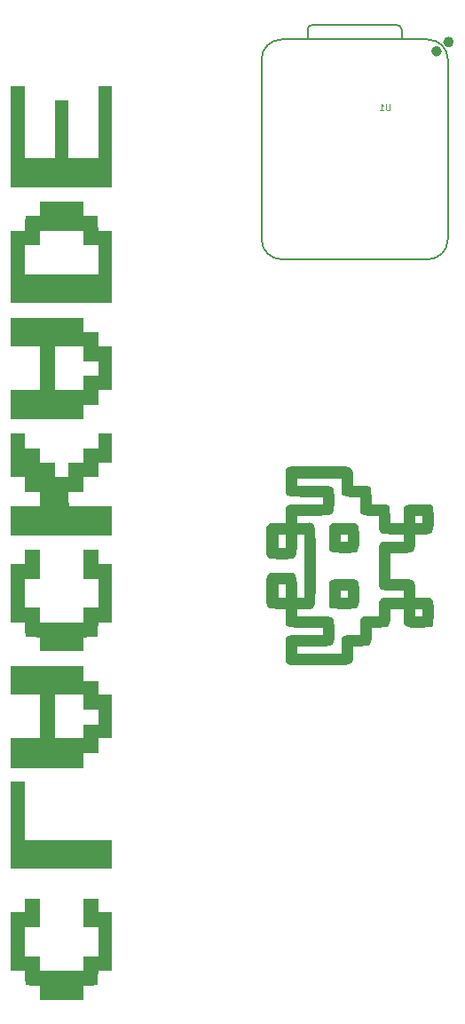
<source format=gbr>
%TF.GenerationSoftware,KiCad,Pcbnew,9.0.2*%
%TF.CreationDate,2025-07-04T19:57:48+05:30*%
%TF.ProjectId,clackade,636c6163-6b61-4646-952e-6b696361645f,rev?*%
%TF.SameCoordinates,Original*%
%TF.FileFunction,Legend,Bot*%
%TF.FilePolarity,Positive*%
%FSLAX46Y46*%
G04 Gerber Fmt 4.6, Leading zero omitted, Abs format (unit mm)*
G04 Created by KiCad (PCBNEW 9.0.2) date 2025-07-04 19:57:48*
%MOMM*%
%LPD*%
G01*
G04 APERTURE LIST*
%ADD10C,0.101600*%
%ADD11C,0.000000*%
%ADD12C,0.127000*%
%ADD13C,0.100000*%
%ADD14C,0.504000*%
G04 APERTURE END LIST*
D10*
X117965502Y-67256640D02*
X117965502Y-67770687D01*
X117965502Y-67770687D02*
X117935264Y-67831163D01*
X117935264Y-67831163D02*
X117905026Y-67861402D01*
X117905026Y-67861402D02*
X117844550Y-67891640D01*
X117844550Y-67891640D02*
X117723597Y-67891640D01*
X117723597Y-67891640D02*
X117663121Y-67861402D01*
X117663121Y-67861402D02*
X117632883Y-67831163D01*
X117632883Y-67831163D02*
X117602645Y-67770687D01*
X117602645Y-67770687D02*
X117602645Y-67256640D01*
X116967645Y-67891640D02*
X117330502Y-67891640D01*
X117149074Y-67891640D02*
X117149074Y-67256640D01*
X117149074Y-67256640D02*
X117209550Y-67347354D01*
X117209550Y-67347354D02*
X117270026Y-67407830D01*
X117270026Y-67407830D02*
X117330502Y-67438068D01*
D11*
%TO.C,G\u002A\u002A\u002A*%
G36*
X114286005Y-107199894D02*
G01*
X114604154Y-107234226D01*
X114812754Y-107320322D01*
X114934863Y-107481678D01*
X114993538Y-107741786D01*
X115011834Y-108124142D01*
X115012809Y-108652239D01*
X115012875Y-108828976D01*
X115007226Y-109299198D01*
X114974391Y-109632948D01*
X114890686Y-109853602D01*
X114732426Y-109984534D01*
X114475927Y-110049116D01*
X114097505Y-110070725D01*
X113573475Y-110072734D01*
X113319383Y-110072189D01*
X112935848Y-110066388D01*
X112673977Y-110050807D01*
X112502283Y-110021248D01*
X112389279Y-109973512D01*
X112303475Y-109903400D01*
X112261486Y-109857184D01*
X112204666Y-109760784D01*
X112167637Y-109619980D01*
X112146285Y-109403548D01*
X112136492Y-109080262D01*
X112134216Y-108633400D01*
X113234809Y-108633400D01*
X113234809Y-108972067D01*
X113573475Y-108972067D01*
X113912142Y-108972067D01*
X113912142Y-108633400D01*
X113912142Y-108294734D01*
X113573475Y-108294734D01*
X113234809Y-108294734D01*
X113234809Y-108633400D01*
X112134216Y-108633400D01*
X112134142Y-108618901D01*
X112133786Y-108353287D01*
X112139258Y-107906641D01*
X112172603Y-107592314D01*
X112257373Y-107387124D01*
X112417123Y-107267887D01*
X112675407Y-107211421D01*
X113055780Y-107194542D01*
X113581797Y-107194067D01*
X113835252Y-107193832D01*
X114286005Y-107199894D01*
G37*
G36*
X114229014Y-112533577D02*
G01*
X114567191Y-112565982D01*
X114790771Y-112648592D01*
X114923439Y-112804781D01*
X114988878Y-113057922D01*
X115010774Y-113431391D01*
X115012809Y-113948562D01*
X115013018Y-114202186D01*
X115007102Y-114662752D01*
X114973744Y-114987990D01*
X114890122Y-115201401D01*
X114733411Y-115326482D01*
X114480788Y-115386732D01*
X114109428Y-115405650D01*
X113596508Y-115406734D01*
X113573475Y-115406724D01*
X113551539Y-115406715D01*
X113080604Y-115402801D01*
X112747728Y-115389925D01*
X112524064Y-115364995D01*
X112380762Y-115324922D01*
X112288976Y-115266612D01*
X112260016Y-115237603D01*
X112205002Y-115148967D01*
X112168545Y-115010385D01*
X112147007Y-114792022D01*
X112136752Y-114464042D01*
X112134142Y-113996612D01*
X112134129Y-113967400D01*
X113234809Y-113967400D01*
X113234809Y-114306067D01*
X113573475Y-114306067D01*
X113912142Y-114306067D01*
X113912142Y-113967400D01*
X113912142Y-113628734D01*
X113573475Y-113628734D01*
X113234809Y-113628734D01*
X113234809Y-113967400D01*
X112134129Y-113967400D01*
X112134039Y-113758583D01*
X112140574Y-113291493D01*
X112175189Y-112960567D01*
X112260856Y-112742366D01*
X112420547Y-112613454D01*
X112677232Y-112550392D01*
X113053885Y-112529742D01*
X113573475Y-112528067D01*
X113752556Y-112528002D01*
X114229014Y-112533577D01*
G37*
G36*
X110545652Y-101784937D02*
G01*
X111384544Y-101791362D01*
X111422766Y-101791735D01*
X112213433Y-101798694D01*
X112851781Y-101806609D01*
X113354038Y-101821348D01*
X113736432Y-101848780D01*
X114015191Y-101894774D01*
X114206541Y-101965199D01*
X114326711Y-102065923D01*
X114391929Y-102202816D01*
X114418421Y-102381745D01*
X114422417Y-102608580D01*
X114420142Y-102889189D01*
X114420142Y-103638067D01*
X115154309Y-103638067D01*
X115513983Y-103643077D01*
X115834113Y-103678205D01*
X116034906Y-103770883D01*
X116144051Y-103948409D01*
X116189234Y-104238079D01*
X116198142Y-104667189D01*
X116198142Y-105416067D01*
X116932309Y-105416067D01*
X117291983Y-105421077D01*
X117612113Y-105456205D01*
X117812906Y-105548883D01*
X117922051Y-105726409D01*
X117967234Y-106016079D01*
X117976142Y-106445189D01*
X117976142Y-107194067D01*
X118611142Y-107194067D01*
X119246142Y-107194067D01*
X119246142Y-106855400D01*
X120346809Y-106855400D01*
X120346809Y-107194067D01*
X120685475Y-107194067D01*
X121024142Y-107194067D01*
X121024142Y-106855400D01*
X121024142Y-106516734D01*
X120685475Y-106516734D01*
X120346809Y-106516734D01*
X120346809Y-106855400D01*
X119246142Y-106855400D01*
X119246142Y-106493239D01*
X119246153Y-106433952D01*
X119251974Y-106057291D01*
X119284798Y-105787327D01*
X119368348Y-105606292D01*
X119526344Y-105496416D01*
X119782508Y-105439932D01*
X120160563Y-105419072D01*
X120684229Y-105416067D01*
X120694620Y-105416068D01*
X121182522Y-105419629D01*
X121528939Y-105431941D01*
X121761119Y-105455778D01*
X121906311Y-105493911D01*
X121991761Y-105549115D01*
X121992938Y-105550301D01*
X122047805Y-105636597D01*
X122085653Y-105783133D01*
X122109255Y-106017154D01*
X122121382Y-106365910D01*
X122124809Y-106856647D01*
X122124801Y-106935799D01*
X122120441Y-107438663D01*
X122095854Y-107799080D01*
X122033273Y-108040773D01*
X121914929Y-108187464D01*
X121723054Y-108262873D01*
X121439879Y-108290722D01*
X121047637Y-108294734D01*
X120685475Y-108294734D01*
X120346809Y-108294734D01*
X120346809Y-109051933D01*
X120343185Y-109381667D01*
X120315807Y-109667944D01*
X120240398Y-109861743D01*
X120092700Y-109981094D01*
X119848457Y-110044024D01*
X119483410Y-110068561D01*
X118973303Y-110072734D01*
X117976142Y-110072734D01*
X117976142Y-111300400D01*
X117976142Y-112528067D01*
X118973303Y-112528067D01*
X119416967Y-112530761D01*
X119802156Y-112551108D01*
X120062917Y-112607152D01*
X120223505Y-112716923D01*
X120308179Y-112898447D01*
X120341194Y-113169752D01*
X120346809Y-113548868D01*
X120346809Y-114306067D01*
X121047637Y-114306067D01*
X121106924Y-114306078D01*
X121483585Y-114311899D01*
X121753549Y-114344723D01*
X121934584Y-114428273D01*
X122044460Y-114586269D01*
X122100944Y-114842433D01*
X122121804Y-115220488D01*
X122124809Y-115744154D01*
X122124808Y-115754545D01*
X122121247Y-116242447D01*
X122108935Y-116588864D01*
X122085098Y-116821044D01*
X122046965Y-116966236D01*
X121991761Y-117051686D01*
X121990575Y-117052863D01*
X121904279Y-117107730D01*
X121757743Y-117145578D01*
X121523722Y-117169180D01*
X121174966Y-117181307D01*
X120685475Y-117184725D01*
X120684229Y-117184734D01*
X120605077Y-117184726D01*
X120102213Y-117180366D01*
X119741796Y-117155779D01*
X119500103Y-117093198D01*
X119353412Y-116974854D01*
X119278003Y-116782979D01*
X119250154Y-116499804D01*
X119246142Y-116107562D01*
X119246142Y-115745400D01*
X120346809Y-115745400D01*
X120346809Y-116084067D01*
X120685475Y-116084067D01*
X121024142Y-116084067D01*
X121024142Y-115745400D01*
X121024142Y-115406734D01*
X120685475Y-115406734D01*
X120346809Y-115406734D01*
X120346809Y-115745400D01*
X119246142Y-115745400D01*
X119246142Y-115406734D01*
X118611142Y-115406734D01*
X117976142Y-115406734D01*
X117976142Y-116140900D01*
X117971132Y-116500575D01*
X117936004Y-116820705D01*
X117843326Y-117021498D01*
X117665800Y-117130643D01*
X117376131Y-117175826D01*
X116947020Y-117184734D01*
X116198142Y-117184734D01*
X116198142Y-117918900D01*
X116193132Y-118278575D01*
X116158004Y-118598705D01*
X116065326Y-118799498D01*
X115887800Y-118908643D01*
X115598131Y-118953826D01*
X115169020Y-118962734D01*
X114420142Y-118962734D01*
X114420142Y-119711612D01*
X114420151Y-119725058D01*
X114422491Y-120003199D01*
X114417853Y-120227821D01*
X114390009Y-120404793D01*
X114322732Y-120539985D01*
X114199794Y-120639265D01*
X114004968Y-120708501D01*
X113722026Y-120753563D01*
X113334740Y-120780319D01*
X113319475Y-120780749D01*
X112826883Y-120794637D01*
X112182227Y-120802388D01*
X111384544Y-120809439D01*
X111048535Y-120812511D01*
X110269497Y-120816722D01*
X109638013Y-120813955D01*
X109138323Y-120802580D01*
X108754669Y-120780970D01*
X108471292Y-120747497D01*
X108272433Y-120700533D01*
X108142332Y-120638450D01*
X108065232Y-120559620D01*
X108025372Y-120462415D01*
X108023429Y-120453508D01*
X108008298Y-120284473D01*
X107999468Y-119989331D01*
X107997608Y-119607089D01*
X108003383Y-119176755D01*
X108004575Y-119123394D01*
X108015790Y-118689947D01*
X108030382Y-118392890D01*
X108054199Y-118202370D01*
X108093088Y-118088534D01*
X108152898Y-118021530D01*
X108239475Y-117971503D01*
X108285755Y-117953358D01*
X108497647Y-117913413D01*
X108846170Y-117885534D01*
X109342123Y-117869057D01*
X109996309Y-117863315D01*
X111541475Y-117862067D01*
X111541475Y-117523400D01*
X111541475Y-117184734D01*
X109918309Y-117184734D01*
X109539725Y-117184907D01*
X109008697Y-117181497D01*
X108614719Y-117164045D01*
X108337373Y-117121678D01*
X108156240Y-117043524D01*
X108050903Y-116918712D01*
X108000942Y-116736371D01*
X107985939Y-116485628D01*
X107985475Y-116155612D01*
X107985475Y-115406734D01*
X107646809Y-115406141D01*
X107244642Y-115405437D01*
X107215432Y-115405373D01*
X106821682Y-115398494D01*
X106559824Y-115372675D01*
X106394704Y-115316326D01*
X106291166Y-115217857D01*
X106214054Y-115065677D01*
X106203414Y-115030524D01*
X106175141Y-114821546D01*
X106155203Y-114487068D01*
X106145101Y-114060152D01*
X106146089Y-113671067D01*
X107308142Y-113671067D01*
X107308142Y-114306067D01*
X107646809Y-114306067D01*
X107985475Y-114306067D01*
X107985475Y-113671067D01*
X107985475Y-113036067D01*
X107646809Y-113036067D01*
X107308142Y-113036067D01*
X107308142Y-113671067D01*
X106146089Y-113671067D01*
X106146336Y-113573860D01*
X106154285Y-113043228D01*
X106173201Y-112616499D01*
X106222211Y-112316152D01*
X106321108Y-112120052D01*
X106489687Y-112006063D01*
X106747741Y-111952049D01*
X107115065Y-111935873D01*
X107611453Y-111935400D01*
X107737768Y-111935423D01*
X108156122Y-111937371D01*
X108443873Y-111946292D01*
X108632110Y-111967526D01*
X108751927Y-112006410D01*
X108834415Y-112068284D01*
X108910664Y-112158485D01*
X108987377Y-112274449D01*
X109038683Y-112415519D01*
X109068648Y-112616464D01*
X109082668Y-112913744D01*
X109086142Y-113343819D01*
X109086142Y-114306067D01*
X109424809Y-114306067D01*
X109763475Y-114306067D01*
X109763475Y-111300400D01*
X109763475Y-108294734D01*
X109424809Y-108294734D01*
X109086142Y-108294734D01*
X109086142Y-109256982D01*
X109082780Y-109681918D01*
X109068948Y-109980843D01*
X109039250Y-110182912D01*
X108988288Y-110324582D01*
X108910664Y-110442316D01*
X108890826Y-110467389D01*
X108815925Y-110550137D01*
X108727148Y-110605868D01*
X108593404Y-110639921D01*
X108383601Y-110657636D01*
X108066648Y-110664349D01*
X107646809Y-110665318D01*
X107611453Y-110665400D01*
X107319503Y-110665529D01*
X106882790Y-110657425D01*
X106573106Y-110618915D01*
X106367796Y-110526883D01*
X106244202Y-110358215D01*
X106179669Y-110089795D01*
X106151540Y-109698507D01*
X106137157Y-109161236D01*
X106135502Y-109092608D01*
X106132723Y-108929734D01*
X107308142Y-108929734D01*
X107308142Y-109564734D01*
X107646809Y-109564734D01*
X107985475Y-109564734D01*
X107985475Y-108929734D01*
X107985475Y-108294734D01*
X107646809Y-108294734D01*
X107308142Y-108294734D01*
X107308142Y-108929734D01*
X106132723Y-108929734D01*
X106125090Y-108482474D01*
X106134265Y-108019308D01*
X106174256Y-107682884D01*
X106256294Y-107452979D01*
X106391609Y-107309369D01*
X106591432Y-107231830D01*
X106866993Y-107200137D01*
X107229523Y-107194067D01*
X107985475Y-107194067D01*
X107985475Y-106459901D01*
X107985105Y-106259970D01*
X107990972Y-105971109D01*
X108022698Y-105756944D01*
X108100772Y-105606323D01*
X108245688Y-105508093D01*
X108477937Y-105451105D01*
X108818010Y-105424205D01*
X109286400Y-105416243D01*
X109903598Y-105416067D01*
X111541475Y-105416067D01*
X111541475Y-105077400D01*
X111541475Y-104738734D01*
X109996309Y-104737486D01*
X109732833Y-104736556D01*
X109138996Y-104726883D01*
X108699359Y-104706226D01*
X108403119Y-104673919D01*
X108239475Y-104629298D01*
X108229192Y-104624078D01*
X108145629Y-104573684D01*
X108088235Y-104503250D01*
X108051161Y-104382922D01*
X108028559Y-104182847D01*
X108014583Y-103873173D01*
X108003383Y-103424046D01*
X108002391Y-103377399D01*
X108001490Y-103299400D01*
X109086142Y-103299400D01*
X109086142Y-103638067D01*
X110732341Y-103638067D01*
X111216179Y-103637017D01*
X111717338Y-103640491D01*
X112085350Y-103663783D01*
X112340658Y-103722435D01*
X112503706Y-103831990D01*
X112594936Y-104007991D01*
X112634790Y-104265981D01*
X112643711Y-104621501D01*
X112642142Y-105090094D01*
X112642425Y-105432247D01*
X112633651Y-105803230D01*
X112596031Y-106078343D01*
X112509501Y-106271891D01*
X112354001Y-106398175D01*
X112109469Y-106471499D01*
X111755842Y-106506165D01*
X111273059Y-106516475D01*
X110641057Y-106516734D01*
X109086142Y-106516734D01*
X109086142Y-106855400D01*
X109086142Y-107194067D01*
X109805809Y-107194067D01*
X109827974Y-107194023D01*
X110067291Y-107189558D01*
X110266861Y-107187481D01*
X110430270Y-107201703D01*
X110561101Y-107246133D01*
X110662941Y-107334680D01*
X110739375Y-107481253D01*
X110793986Y-107699763D01*
X110830359Y-108004118D01*
X110852081Y-108408227D01*
X110862735Y-108926001D01*
X110865907Y-109571348D01*
X110865181Y-110358178D01*
X110864142Y-111300400D01*
X110864153Y-111386401D01*
X110865304Y-112314950D01*
X110865840Y-113089283D01*
X110862174Y-113723308D01*
X110850723Y-114230936D01*
X110827902Y-114626075D01*
X110790125Y-114922635D01*
X110733808Y-115134526D01*
X110655366Y-115275656D01*
X110551214Y-115359936D01*
X110417768Y-115401274D01*
X110251441Y-115413580D01*
X110048650Y-115410764D01*
X109805809Y-115406734D01*
X109086142Y-115406734D01*
X109086142Y-115745400D01*
X109086142Y-116084067D01*
X110641057Y-116084067D01*
X111120981Y-116083866D01*
X111641342Y-116090121D01*
X112027231Y-116116942D01*
X112298712Y-116178631D01*
X112475845Y-116289492D01*
X112578693Y-116463828D01*
X112627317Y-116715940D01*
X112641780Y-117060132D01*
X112642142Y-117510707D01*
X112643524Y-117878570D01*
X112638955Y-118259602D01*
X112608319Y-118539403D01*
X112531176Y-118733515D01*
X112387082Y-118857481D01*
X112155594Y-118926843D01*
X111816269Y-118957144D01*
X111348666Y-118963927D01*
X110732341Y-118962734D01*
X109086142Y-118962734D01*
X109086142Y-119301400D01*
X109086142Y-119640067D01*
X111202809Y-119640067D01*
X113319475Y-119640067D01*
X113320772Y-118941567D01*
X113321585Y-118841526D01*
X113333098Y-118519650D01*
X113355244Y-118273517D01*
X113384272Y-118149909D01*
X113421414Y-118102517D01*
X113632498Y-117965925D01*
X113972057Y-117887279D01*
X114456909Y-117862067D01*
X115097475Y-117862067D01*
X115097475Y-117145699D01*
X115101972Y-116855783D01*
X115139870Y-116507355D01*
X115239005Y-116282448D01*
X115426170Y-116154584D01*
X115728162Y-116097283D01*
X116171774Y-116084067D01*
X116875475Y-116084067D01*
X116875475Y-115379159D01*
X116875918Y-115243442D01*
X116885425Y-114933080D01*
X116914727Y-114733353D01*
X116973503Y-114600350D01*
X117071432Y-114490159D01*
X117100781Y-114463498D01*
X117202201Y-114392409D01*
X117333708Y-114346527D01*
X117530102Y-114320446D01*
X117826187Y-114308761D01*
X118256766Y-114306067D01*
X119246142Y-114306067D01*
X119246142Y-113967400D01*
X119246142Y-113628734D01*
X118230142Y-113628734D01*
X117943073Y-113630164D01*
X117604081Y-113628457D01*
X117345322Y-113605671D01*
X117156022Y-113543289D01*
X117025405Y-113422790D01*
X116942699Y-113225656D01*
X116897127Y-112933369D01*
X116877915Y-112527410D01*
X116874290Y-111989260D01*
X116875475Y-111300400D01*
X116874643Y-110807001D01*
X116875637Y-110224358D01*
X116888894Y-109779616D01*
X116925189Y-109454256D01*
X116995298Y-109229759D01*
X117109993Y-109087607D01*
X117280051Y-109009280D01*
X117516246Y-108976260D01*
X117829351Y-108970029D01*
X118230142Y-108972067D01*
X119246142Y-108972067D01*
X119246142Y-108633400D01*
X119246142Y-108294734D01*
X118244901Y-108294734D01*
X118000528Y-108294259D01*
X117645759Y-108288541D01*
X117408358Y-108271768D01*
X117254245Y-108238306D01*
X117149341Y-108182520D01*
X117059567Y-108098777D01*
X117050306Y-108088799D01*
X116959783Y-107964513D01*
X116906708Y-107806703D01*
X116881724Y-107570185D01*
X116875476Y-107209777D01*
X116875475Y-106516734D01*
X116171774Y-106516734D01*
X115878399Y-106512291D01*
X115525813Y-106474839D01*
X115298223Y-106376873D01*
X115168833Y-106191915D01*
X115110849Y-105893484D01*
X115097475Y-105455102D01*
X115097475Y-104738734D01*
X114456909Y-104738734D01*
X114310749Y-104736937D01*
X113866776Y-104697745D01*
X113563557Y-104603901D01*
X113384272Y-104450892D01*
X113375434Y-104430616D01*
X113348001Y-104266959D01*
X113328530Y-103994238D01*
X113320772Y-103659234D01*
X113319475Y-102960734D01*
X111202809Y-102960734D01*
X109086142Y-102960734D01*
X109086142Y-103299400D01*
X108001490Y-103299400D01*
X107997455Y-102950309D01*
X108000085Y-102575439D01*
X108009613Y-102291795D01*
X108025372Y-102138386D01*
X108037057Y-102099395D01*
X108089135Y-102009324D01*
X108184409Y-101937013D01*
X108338637Y-101880834D01*
X108567578Y-101839159D01*
X108886991Y-101810359D01*
X109312635Y-101792808D01*
X109860269Y-101784877D01*
X110545652Y-101784937D01*
G37*
D12*
%TO.C,U1*%
X105710000Y-80177500D02*
X105710000Y-63032500D01*
D13*
X107615000Y-61127500D02*
X121585000Y-61127500D01*
D12*
X107615000Y-61127500D02*
X121585000Y-61127500D01*
X110096000Y-60217500D02*
X110096000Y-61127500D01*
X118591272Y-59717500D02*
X110596000Y-59717500D01*
X119095000Y-61127500D02*
X119091272Y-60217228D01*
X121585000Y-82082500D02*
X107615000Y-82082500D01*
X123490000Y-80177500D02*
X123490000Y-63032500D01*
X105710000Y-63032500D02*
G75*
G02*
X107615000Y-61127500I1905000J0D01*
G01*
X107615000Y-82082500D02*
G75*
G02*
X105710000Y-80177500I0J1905000D01*
G01*
X110096000Y-60217500D02*
G75*
G02*
X110596000Y-59717500I500000J0D01*
G01*
X118591272Y-59717500D02*
G75*
G02*
X119091273Y-60217228I-18J-500019D01*
G01*
X121585000Y-61127500D02*
G75*
G02*
X123490000Y-63032500I-1J-1905001D01*
G01*
X123490000Y-80177500D02*
G75*
G02*
X121585000Y-82082500I-1905001J1D01*
G01*
D14*
X122659000Y-62248500D02*
G75*
G02*
X122155000Y-62248500I-252000J0D01*
G01*
X122155000Y-62248500D02*
G75*
G02*
X122659000Y-62248500I252000J0D01*
G01*
X123802000Y-61368500D02*
G75*
G02*
X123298000Y-61368500I-252000J0D01*
G01*
X123298000Y-61368500D02*
G75*
G02*
X123802000Y-61368500I252000J0D01*
G01*
D11*
%TO.C,G\u002A\u002A\u002A*%
G36*
X83152355Y-134679778D02*
G01*
X83152355Y-137459002D01*
X87303601Y-137459002D01*
X91454848Y-137459002D01*
X91454848Y-138831024D01*
X91454848Y-140203046D01*
X86635180Y-140203046D01*
X81815513Y-140203046D01*
X81815513Y-136051800D01*
X81815513Y-131900553D01*
X82483934Y-131900553D01*
X83152355Y-131900553D01*
X83152355Y-134679778D01*
G37*
G36*
X83152355Y-68998614D02*
G01*
X83152355Y-72446260D01*
X84559557Y-72446260D01*
X85966759Y-72446260D01*
X85966759Y-69667035D01*
X85966759Y-66887811D01*
X86635180Y-66887811D01*
X87303601Y-66887811D01*
X87303601Y-69667035D01*
X87303601Y-72446260D01*
X88710804Y-72446260D01*
X90118006Y-72446260D01*
X90118006Y-68998614D01*
X90118006Y-65550969D01*
X90786427Y-65550969D01*
X91454848Y-65550969D01*
X91454848Y-70370636D01*
X91454848Y-75190304D01*
X86635180Y-75190304D01*
X81815513Y-75190304D01*
X81815513Y-70370636D01*
X81815513Y-65550969D01*
X82483934Y-65550969D01*
X83152355Y-65550969D01*
X83152355Y-68998614D01*
G37*
G36*
X91454848Y-82789196D02*
G01*
X91454848Y-86236841D01*
X86635180Y-86236841D01*
X81815513Y-86236841D01*
X81815513Y-82789196D01*
X81815513Y-80748753D01*
X83152355Y-80748753D01*
X83152355Y-82120775D01*
X83152355Y-83492797D01*
X86635180Y-83492797D01*
X90118006Y-83492797D01*
X90118006Y-82120775D01*
X90118006Y-80748753D01*
X89414405Y-80748753D01*
X88710804Y-80748753D01*
X88710804Y-80045152D01*
X88710804Y-79341551D01*
X86635180Y-79341551D01*
X84559557Y-79341551D01*
X84559557Y-80045152D01*
X84559557Y-80748753D01*
X83855956Y-80748753D01*
X83152355Y-80748753D01*
X81815513Y-80748753D01*
X81815513Y-79341551D01*
X82481386Y-79341551D01*
X83147259Y-79341551D01*
X83167397Y-78655539D01*
X83187535Y-77969528D01*
X83873546Y-77949390D01*
X84559557Y-77929253D01*
X84559557Y-77263379D01*
X84559557Y-76597506D01*
X86635180Y-76597506D01*
X88710804Y-76597506D01*
X88710804Y-77263379D01*
X88710804Y-77929253D01*
X89396815Y-77949390D01*
X90082826Y-77969528D01*
X90102964Y-78655539D01*
X90123102Y-79341551D01*
X90788975Y-79341551D01*
X91454848Y-79341551D01*
X91454848Y-80748753D01*
X91454848Y-82789196D01*
G37*
G36*
X91454848Y-92463711D02*
G01*
X91454848Y-94539334D01*
X90786427Y-94539334D01*
X90118006Y-94539334D01*
X90118006Y-95242936D01*
X90118006Y-95946537D01*
X89414405Y-95946537D01*
X88710804Y-95946537D01*
X88710804Y-96650138D01*
X88710804Y-97353739D01*
X85263158Y-97353739D01*
X81815513Y-97353739D01*
X81815513Y-95946537D01*
X81815513Y-94539334D01*
X83187535Y-94539334D01*
X84559557Y-94539334D01*
X84559557Y-92463711D01*
X84559557Y-90388088D01*
X85966759Y-90388088D01*
X85966759Y-92463711D01*
X85966759Y-94539334D01*
X87338781Y-94539334D01*
X88710804Y-94539334D01*
X88710804Y-93870913D01*
X88710804Y-93202492D01*
X89414405Y-93202492D01*
X90118006Y-93202492D01*
X90118006Y-92498891D01*
X90118006Y-91795290D01*
X89414405Y-91795290D01*
X88710804Y-91795290D01*
X88710804Y-91091689D01*
X88710804Y-90388088D01*
X87338781Y-90388088D01*
X85966759Y-90388088D01*
X84559557Y-90388088D01*
X83187535Y-90388088D01*
X81815513Y-90388088D01*
X81815513Y-89016066D01*
X81815513Y-87644044D01*
X85263158Y-87644044D01*
X88710804Y-87644044D01*
X88710804Y-88347645D01*
X88710804Y-89051246D01*
X89414405Y-89051246D01*
X90118006Y-89051246D01*
X90118006Y-89719667D01*
X90118006Y-90388088D01*
X90786427Y-90388088D01*
X91454848Y-90388088D01*
X91454848Y-91795290D01*
X91454848Y-92463711D01*
G37*
G36*
X91454848Y-125673684D02*
G01*
X91454848Y-127749307D01*
X90786427Y-127749307D01*
X90118006Y-127749307D01*
X90118006Y-128452908D01*
X90118006Y-129156509D01*
X89414405Y-129156509D01*
X88710804Y-129156509D01*
X88710804Y-129860110D01*
X88710804Y-130563711D01*
X85263158Y-130563711D01*
X81815513Y-130563711D01*
X81815513Y-129156509D01*
X81815513Y-127749307D01*
X83187535Y-127749307D01*
X84559557Y-127749307D01*
X84559557Y-125673684D01*
X84559557Y-123598060D01*
X85966759Y-123598060D01*
X85966759Y-125673684D01*
X85966759Y-127749307D01*
X87338781Y-127749307D01*
X88710804Y-127749307D01*
X88710804Y-127080886D01*
X88710804Y-126412465D01*
X89414405Y-126412465D01*
X90118006Y-126412465D01*
X90118006Y-125708864D01*
X90118006Y-125005262D01*
X89414405Y-125005262D01*
X88710804Y-125005262D01*
X88710804Y-124301661D01*
X88710804Y-123598060D01*
X87338781Y-123598060D01*
X85966759Y-123598060D01*
X84559557Y-123598060D01*
X83187535Y-123598060D01*
X81815513Y-123598060D01*
X81815513Y-122226038D01*
X81815513Y-120854016D01*
X85263158Y-120854016D01*
X88710804Y-120854016D01*
X88710804Y-121557617D01*
X88710804Y-122261218D01*
X89414405Y-122261218D01*
X90118006Y-122261218D01*
X90118006Y-122929639D01*
X90118006Y-123598060D01*
X90786427Y-123598060D01*
X91454848Y-123598060D01*
X91454848Y-125005262D01*
X91454848Y-125673684D01*
G37*
G36*
X84559557Y-111179501D02*
G01*
X84559557Y-112551523D01*
X83855956Y-112551523D01*
X83152355Y-112551523D01*
X83152355Y-113923545D01*
X83152355Y-115295567D01*
X83855956Y-115295567D01*
X84559557Y-115295567D01*
X84559557Y-115999168D01*
X84559557Y-116702769D01*
X86635180Y-116702769D01*
X88710804Y-116702769D01*
X88710804Y-115999168D01*
X88710804Y-115295567D01*
X89414405Y-115295567D01*
X90118006Y-115295567D01*
X90118006Y-113923545D01*
X90118006Y-112551523D01*
X89414405Y-112551523D01*
X88710804Y-112551523D01*
X88710804Y-111179501D01*
X88710804Y-109807479D01*
X89414405Y-109807479D01*
X90118006Y-109807479D01*
X90118006Y-110475900D01*
X90118006Y-111144321D01*
X90786427Y-111144321D01*
X91454848Y-111144321D01*
X91454848Y-113923545D01*
X91454848Y-116702769D01*
X90788975Y-116702769D01*
X90123102Y-116702769D01*
X90102964Y-117388780D01*
X90082826Y-118074792D01*
X89396815Y-118094929D01*
X88710804Y-118115067D01*
X88710804Y-118780941D01*
X88710804Y-119446814D01*
X86635180Y-119446814D01*
X84559557Y-119446814D01*
X84559557Y-118780941D01*
X84559557Y-118115067D01*
X83873546Y-118094929D01*
X83187535Y-118074792D01*
X83167397Y-117388780D01*
X83147259Y-116702769D01*
X82481386Y-116702769D01*
X81815513Y-116702769D01*
X81815513Y-113923545D01*
X81815513Y-111144321D01*
X82483934Y-111144321D01*
X83152355Y-111144321D01*
X83152355Y-110475900D01*
X83152355Y-109807479D01*
X83855956Y-109807479D01*
X84559557Y-109807479D01*
X84559557Y-111179501D01*
G37*
G36*
X84559557Y-144389473D02*
G01*
X84559557Y-145761495D01*
X83855956Y-145761495D01*
X83152355Y-145761495D01*
X83152355Y-147133517D01*
X83152355Y-148505539D01*
X83855956Y-148505539D01*
X84559557Y-148505539D01*
X84559557Y-149209141D01*
X84559557Y-149912742D01*
X86635180Y-149912742D01*
X88710804Y-149912742D01*
X88710804Y-149209141D01*
X88710804Y-148505539D01*
X89414405Y-148505539D01*
X90118006Y-148505539D01*
X90118006Y-147133517D01*
X90118006Y-145761495D01*
X89414405Y-145761495D01*
X88710804Y-145761495D01*
X88710804Y-144389473D01*
X88710804Y-143017451D01*
X89414405Y-143017451D01*
X90118006Y-143017451D01*
X90118006Y-143685872D01*
X90118006Y-144354293D01*
X90786427Y-144354293D01*
X91454848Y-144354293D01*
X91454848Y-147133517D01*
X91454848Y-149912742D01*
X90788975Y-149912742D01*
X90123102Y-149912742D01*
X90102964Y-150598753D01*
X90082826Y-151284764D01*
X89396815Y-151304902D01*
X88710804Y-151325040D01*
X88710804Y-151990913D01*
X88710804Y-152656786D01*
X86635180Y-152656786D01*
X84559557Y-152656786D01*
X84559557Y-151990913D01*
X84559557Y-151325040D01*
X83873546Y-151304902D01*
X83187535Y-151284764D01*
X83167397Y-150598753D01*
X83147259Y-149912742D01*
X82481386Y-149912742D01*
X81815513Y-149912742D01*
X81815513Y-147133517D01*
X81815513Y-144354293D01*
X82483934Y-144354293D01*
X83152355Y-144354293D01*
X83152355Y-143685872D01*
X83152355Y-143017451D01*
X83855956Y-143017451D01*
X84559557Y-143017451D01*
X84559557Y-144389473D01*
G37*
G36*
X83152355Y-99394182D02*
G01*
X83152355Y-100097783D01*
X83855956Y-100097783D01*
X84559557Y-100097783D01*
X84559557Y-100801384D01*
X84559557Y-101504985D01*
X85263158Y-101504985D01*
X85966759Y-101504985D01*
X85966759Y-102173406D01*
X85966759Y-102841828D01*
X86635180Y-102841828D01*
X87303601Y-102841828D01*
X87303601Y-102173406D01*
X87303601Y-101504985D01*
X88007203Y-101504985D01*
X88710804Y-101504985D01*
X88710804Y-100801384D01*
X88710804Y-100097783D01*
X89414405Y-100097783D01*
X90118006Y-100097783D01*
X90118006Y-99394182D01*
X90118006Y-98690581D01*
X90786427Y-98690581D01*
X91454848Y-98690581D01*
X91454848Y-100097783D01*
X91454848Y-101504985D01*
X90786427Y-101504985D01*
X90118006Y-101504985D01*
X90118006Y-102173406D01*
X90118006Y-102841828D01*
X89414405Y-102841828D01*
X88710804Y-102841828D01*
X88710804Y-103545429D01*
X88710804Y-104249030D01*
X88004655Y-104249030D01*
X87298506Y-104249030D01*
X87318644Y-104935041D01*
X87338781Y-105621052D01*
X89396815Y-105639705D01*
X91454848Y-105658357D01*
X91454848Y-107029317D01*
X91454848Y-108400276D01*
X86635180Y-108400276D01*
X81815513Y-108400276D01*
X81815513Y-107028254D01*
X81815513Y-105656232D01*
X83187535Y-105656232D01*
X84559557Y-105656232D01*
X84559557Y-104952631D01*
X84559557Y-104249030D01*
X83855956Y-104249030D01*
X83152355Y-104249030D01*
X83152355Y-103545429D01*
X83152355Y-102841828D01*
X82483934Y-102841828D01*
X81815513Y-102841828D01*
X81815513Y-100766204D01*
X81815513Y-98690581D01*
X82483934Y-98690581D01*
X83152355Y-98690581D01*
X83152355Y-99394182D01*
G37*
%TD*%
M02*

</source>
